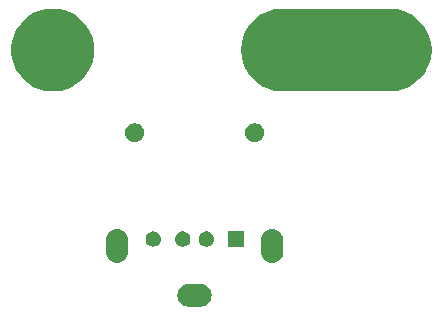
<source format=gbr>
G04 #@! TF.GenerationSoftware,KiCad,Pcbnew,(5.1.6)-1*
G04 #@! TF.CreationDate,2020-08-24T22:25:31-04:00*
G04 #@! TF.ProjectId,usbanana,75736261-6e61-46e6-912e-6b696361645f,1*
G04 #@! TF.SameCoordinates,Original*
G04 #@! TF.FileFunction,Soldermask,Bot*
G04 #@! TF.FilePolarity,Negative*
%FSLAX46Y46*%
G04 Gerber Fmt 4.6, Leading zero omitted, Abs format (unit mm)*
G04 Created by KiCad (PCBNEW (5.1.6)-1) date 2020-08-24 22:25:31*
%MOMM*%
%LPD*%
G01*
G04 APERTURE LIST*
%ADD10C,0.152400*%
G04 APERTURE END LIST*
D10*
G36*
X139186232Y-113843746D02*
G01*
X139365308Y-113898068D01*
X139530345Y-113986282D01*
X139675001Y-114104999D01*
X139793718Y-114249655D01*
X139881932Y-114414692D01*
X139936254Y-114593768D01*
X139954596Y-114780000D01*
X139936254Y-114966232D01*
X139881932Y-115145308D01*
X139793718Y-115310345D01*
X139675001Y-115455001D01*
X139530345Y-115573718D01*
X139365308Y-115661932D01*
X139186232Y-115716254D01*
X139046665Y-115730000D01*
X137953335Y-115730000D01*
X137813768Y-115716254D01*
X137634692Y-115661932D01*
X137469655Y-115573718D01*
X137324999Y-115455001D01*
X137206282Y-115310345D01*
X137118068Y-115145308D01*
X137063746Y-114966232D01*
X137045404Y-114780000D01*
X137063746Y-114593768D01*
X137118068Y-114414692D01*
X137206282Y-114249655D01*
X137324999Y-114104999D01*
X137469655Y-113986282D01*
X137634692Y-113898068D01*
X137813768Y-113843746D01*
X137953335Y-113830000D01*
X139046665Y-113830000D01*
X139186232Y-113843746D01*
G37*
G36*
X132116232Y-109163746D02*
G01*
X132295308Y-109218068D01*
X132460345Y-109306282D01*
X132605001Y-109424999D01*
X132723718Y-109569655D01*
X132811932Y-109734692D01*
X132866254Y-109913768D01*
X132880000Y-110053335D01*
X132880000Y-111146665D01*
X132866254Y-111286232D01*
X132811932Y-111465308D01*
X132723718Y-111630345D01*
X132605001Y-111775001D01*
X132460345Y-111893718D01*
X132295307Y-111981932D01*
X132116231Y-112036254D01*
X131930000Y-112054596D01*
X131743768Y-112036254D01*
X131564692Y-111981932D01*
X131399655Y-111893718D01*
X131254999Y-111775001D01*
X131136282Y-111630345D01*
X131048068Y-111465307D01*
X130993746Y-111286231D01*
X130980000Y-111146664D01*
X130980001Y-110053335D01*
X130993747Y-109913768D01*
X131048069Y-109734692D01*
X131136283Y-109569655D01*
X131255000Y-109424999D01*
X131399656Y-109306282D01*
X131564693Y-109218068D01*
X131743769Y-109163746D01*
X131930000Y-109145404D01*
X132116232Y-109163746D01*
G37*
G36*
X145256231Y-109163746D02*
G01*
X145435307Y-109218068D01*
X145600345Y-109306282D01*
X145745001Y-109424999D01*
X145863718Y-109569655D01*
X145951932Y-109734692D01*
X146006254Y-109913768D01*
X146020000Y-110053335D01*
X146020000Y-111146665D01*
X146006254Y-111286232D01*
X145951932Y-111465308D01*
X145863718Y-111630345D01*
X145745001Y-111775001D01*
X145600345Y-111893718D01*
X145435308Y-111981932D01*
X145256232Y-112036254D01*
X145070000Y-112054596D01*
X144883769Y-112036254D01*
X144704693Y-111981932D01*
X144539656Y-111893718D01*
X144395000Y-111775001D01*
X144276283Y-111630345D01*
X144188069Y-111465308D01*
X144133747Y-111286232D01*
X144120001Y-111146665D01*
X144120000Y-110053336D01*
X144133746Y-109913769D01*
X144188068Y-109734693D01*
X144276282Y-109569655D01*
X144394999Y-109424999D01*
X144539655Y-109306282D01*
X144704692Y-109218068D01*
X144883768Y-109163746D01*
X145070000Y-109145404D01*
X145256231Y-109163746D01*
G37*
G36*
X142650000Y-110650000D02*
G01*
X141350000Y-110650000D01*
X141350000Y-109350000D01*
X142650000Y-109350000D01*
X142650000Y-110650000D01*
G37*
G36*
X139605879Y-109358326D02*
G01*
X139689598Y-109374979D01*
X139748744Y-109399479D01*
X139807892Y-109423978D01*
X139892943Y-109480808D01*
X139914351Y-109495112D01*
X140004888Y-109585649D01*
X140004889Y-109585651D01*
X140076022Y-109692108D01*
X140093661Y-109734693D01*
X140125021Y-109810402D01*
X140150000Y-109935981D01*
X140150000Y-110064019D01*
X140125021Y-110189598D01*
X140100521Y-110248744D01*
X140076022Y-110307892D01*
X140019192Y-110392943D01*
X140004888Y-110414351D01*
X139914351Y-110504888D01*
X139892943Y-110519192D01*
X139807892Y-110576022D01*
X139748744Y-110600522D01*
X139689598Y-110625021D01*
X139605879Y-110641674D01*
X139564020Y-110650000D01*
X139435980Y-110650000D01*
X139394121Y-110641674D01*
X139310402Y-110625021D01*
X139251256Y-110600522D01*
X139192108Y-110576022D01*
X139107057Y-110519192D01*
X139085649Y-110504888D01*
X138995112Y-110414351D01*
X138980808Y-110392943D01*
X138923978Y-110307892D01*
X138899479Y-110248744D01*
X138874979Y-110189598D01*
X138850000Y-110064019D01*
X138850000Y-109935981D01*
X138874979Y-109810402D01*
X138906339Y-109734693D01*
X138923978Y-109692108D01*
X138995111Y-109585651D01*
X138995112Y-109585649D01*
X139085649Y-109495112D01*
X139107057Y-109480808D01*
X139192108Y-109423978D01*
X139251256Y-109399478D01*
X139310402Y-109374979D01*
X139394121Y-109358326D01*
X139435980Y-109350000D01*
X139564020Y-109350000D01*
X139605879Y-109358326D01*
G37*
G36*
X137605879Y-109358326D02*
G01*
X137689598Y-109374979D01*
X137748744Y-109399479D01*
X137807892Y-109423978D01*
X137892943Y-109480808D01*
X137914351Y-109495112D01*
X138004888Y-109585649D01*
X138004889Y-109585651D01*
X138076022Y-109692108D01*
X138093661Y-109734693D01*
X138125021Y-109810402D01*
X138150000Y-109935981D01*
X138150000Y-110064019D01*
X138125021Y-110189598D01*
X138100521Y-110248744D01*
X138076022Y-110307892D01*
X138019192Y-110392943D01*
X138004888Y-110414351D01*
X137914351Y-110504888D01*
X137892943Y-110519192D01*
X137807892Y-110576022D01*
X137748744Y-110600522D01*
X137689598Y-110625021D01*
X137605879Y-110641674D01*
X137564020Y-110650000D01*
X137435980Y-110650000D01*
X137394121Y-110641674D01*
X137310402Y-110625021D01*
X137251256Y-110600522D01*
X137192108Y-110576022D01*
X137107057Y-110519192D01*
X137085649Y-110504888D01*
X136995112Y-110414351D01*
X136980808Y-110392943D01*
X136923978Y-110307892D01*
X136899479Y-110248744D01*
X136874979Y-110189598D01*
X136850000Y-110064019D01*
X136850000Y-109935981D01*
X136874979Y-109810402D01*
X136906339Y-109734693D01*
X136923978Y-109692108D01*
X136995111Y-109585651D01*
X136995112Y-109585649D01*
X137085649Y-109495112D01*
X137107057Y-109480808D01*
X137192108Y-109423978D01*
X137251256Y-109399478D01*
X137310402Y-109374979D01*
X137394121Y-109358326D01*
X137435980Y-109350000D01*
X137564020Y-109350000D01*
X137605879Y-109358326D01*
G37*
G36*
X135105879Y-109358326D02*
G01*
X135189598Y-109374979D01*
X135248744Y-109399479D01*
X135307892Y-109423978D01*
X135392943Y-109480808D01*
X135414351Y-109495112D01*
X135504888Y-109585649D01*
X135504889Y-109585651D01*
X135576022Y-109692108D01*
X135593661Y-109734693D01*
X135625021Y-109810402D01*
X135650000Y-109935981D01*
X135650000Y-110064019D01*
X135625021Y-110189598D01*
X135600521Y-110248744D01*
X135576022Y-110307892D01*
X135519192Y-110392943D01*
X135504888Y-110414351D01*
X135414351Y-110504888D01*
X135392943Y-110519192D01*
X135307892Y-110576022D01*
X135248744Y-110600522D01*
X135189598Y-110625021D01*
X135105879Y-110641674D01*
X135064020Y-110650000D01*
X134935980Y-110650000D01*
X134894121Y-110641674D01*
X134810402Y-110625021D01*
X134751256Y-110600522D01*
X134692108Y-110576022D01*
X134607057Y-110519192D01*
X134585649Y-110504888D01*
X134495112Y-110414351D01*
X134480808Y-110392943D01*
X134423978Y-110307892D01*
X134399479Y-110248744D01*
X134374979Y-110189598D01*
X134350000Y-110064019D01*
X134350000Y-109935981D01*
X134374979Y-109810402D01*
X134406339Y-109734693D01*
X134423978Y-109692108D01*
X134495111Y-109585651D01*
X134495112Y-109585649D01*
X134585649Y-109495112D01*
X134607057Y-109480808D01*
X134692108Y-109423978D01*
X134751256Y-109399478D01*
X134810402Y-109374979D01*
X134894121Y-109358326D01*
X134935980Y-109350000D01*
X135064020Y-109350000D01*
X135105879Y-109358326D01*
G37*
G36*
X143710312Y-100210248D02*
G01*
X143813351Y-100230743D01*
X143958942Y-100291049D01*
X144089970Y-100378599D01*
X144201401Y-100490030D01*
X144288951Y-100621058D01*
X144349257Y-100766649D01*
X144380000Y-100921207D01*
X144380000Y-101078793D01*
X144349257Y-101233351D01*
X144288951Y-101378942D01*
X144201401Y-101509970D01*
X144089970Y-101621401D01*
X143958942Y-101708951D01*
X143813351Y-101769257D01*
X143710312Y-101789752D01*
X143658794Y-101800000D01*
X143501206Y-101800000D01*
X143449688Y-101789752D01*
X143346649Y-101769257D01*
X143201058Y-101708951D01*
X143070030Y-101621401D01*
X142958599Y-101509970D01*
X142871049Y-101378942D01*
X142810743Y-101233351D01*
X142780000Y-101078793D01*
X142780000Y-100921207D01*
X142810743Y-100766649D01*
X142871049Y-100621058D01*
X142958599Y-100490030D01*
X143070030Y-100378599D01*
X143201058Y-100291049D01*
X143346649Y-100230743D01*
X143449688Y-100210248D01*
X143501206Y-100200000D01*
X143658794Y-100200000D01*
X143710312Y-100210248D01*
G37*
G36*
X133550312Y-100210248D02*
G01*
X133653351Y-100230743D01*
X133798942Y-100291049D01*
X133929970Y-100378599D01*
X134041401Y-100490030D01*
X134128951Y-100621058D01*
X134189257Y-100766649D01*
X134220000Y-100921207D01*
X134220000Y-101078793D01*
X134189257Y-101233351D01*
X134128951Y-101378942D01*
X134041401Y-101509970D01*
X133929970Y-101621401D01*
X133798942Y-101708951D01*
X133653351Y-101769257D01*
X133550312Y-101789752D01*
X133498794Y-101800000D01*
X133341206Y-101800000D01*
X133289688Y-101789752D01*
X133186649Y-101769257D01*
X133041058Y-101708951D01*
X132910030Y-101621401D01*
X132798599Y-101509970D01*
X132711049Y-101378942D01*
X132650743Y-101233351D01*
X132620000Y-101078793D01*
X132620000Y-100921207D01*
X132650743Y-100766649D01*
X132711049Y-100621058D01*
X132798599Y-100490030D01*
X132910030Y-100378599D01*
X133041058Y-100291049D01*
X133186649Y-100230743D01*
X133289688Y-100210248D01*
X133341206Y-100200000D01*
X133498794Y-100200000D01*
X133550312Y-100210248D01*
G37*
G36*
X127070117Y-90544834D02*
G01*
X127520912Y-90634503D01*
X128157872Y-90898340D01*
X128157874Y-90898341D01*
X128423421Y-91075774D01*
X128731120Y-91281372D01*
X129218628Y-91768880D01*
X129601660Y-92342128D01*
X129865497Y-92979088D01*
X130000000Y-93655280D01*
X130000000Y-94344720D01*
X129865497Y-95020912D01*
X129601660Y-95657872D01*
X129218628Y-96231120D01*
X128731120Y-96718628D01*
X128444496Y-96910144D01*
X128157874Y-97101659D01*
X128157873Y-97101660D01*
X128157872Y-97101660D01*
X127520912Y-97365497D01*
X127099314Y-97449358D01*
X126844721Y-97500000D01*
X126155279Y-97500000D01*
X125900686Y-97449358D01*
X125479088Y-97365497D01*
X124842128Y-97101660D01*
X124842127Y-97101660D01*
X124842126Y-97101659D01*
X124555504Y-96910144D01*
X124268880Y-96718628D01*
X123781372Y-96231120D01*
X123398340Y-95657872D01*
X123134503Y-95020912D01*
X123000000Y-94344720D01*
X123000000Y-93655280D01*
X123134503Y-92979088D01*
X123398340Y-92342128D01*
X123781372Y-91768880D01*
X124268880Y-91281372D01*
X124576579Y-91075774D01*
X124842126Y-90898341D01*
X124842128Y-90898340D01*
X125479088Y-90634503D01*
X125929883Y-90544834D01*
X126155279Y-90500000D01*
X126844721Y-90500000D01*
X127070117Y-90544834D01*
G37*
G36*
X155479032Y-90525321D02*
G01*
X155736122Y-90550642D01*
X156395873Y-90750776D01*
X157003904Y-91075775D01*
X157536849Y-91513151D01*
X157974225Y-92046096D01*
X158132456Y-92342126D01*
X158299224Y-92654127D01*
X158499358Y-93313878D01*
X158566935Y-94000000D01*
X158499358Y-94686122D01*
X158397801Y-95020910D01*
X158299224Y-95345873D01*
X157974225Y-95953904D01*
X157536849Y-96486849D01*
X157003904Y-96924225D01*
X156671946Y-97101660D01*
X156395873Y-97249224D01*
X155736122Y-97449358D01*
X155479032Y-97474679D01*
X155221944Y-97500000D01*
X145778056Y-97500000D01*
X145520968Y-97474679D01*
X145263878Y-97449358D01*
X144604127Y-97249224D01*
X144328054Y-97101660D01*
X143996096Y-96924225D01*
X143463151Y-96486849D01*
X143025775Y-95953904D01*
X142700776Y-95345873D01*
X142602199Y-95020910D01*
X142500642Y-94686122D01*
X142433065Y-94000000D01*
X142500642Y-93313878D01*
X142700776Y-92654127D01*
X142867544Y-92342126D01*
X143025775Y-92046096D01*
X143463151Y-91513151D01*
X143996096Y-91075775D01*
X144604127Y-90750776D01*
X145263878Y-90550642D01*
X145520968Y-90525321D01*
X145778056Y-90500000D01*
X155221944Y-90500000D01*
X155479032Y-90525321D01*
G37*
M02*

</source>
